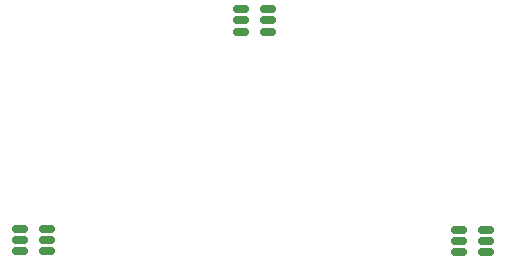
<source format=gtp>
%TF.GenerationSoftware,KiCad,Pcbnew,7.0.9*%
%TF.CreationDate,2024-01-26T12:36:02+01:00*%
%TF.ProjectId,maglev26,6d61676c-6576-4323-962e-6b696361645f,1.0*%
%TF.SameCoordinates,Original*%
%TF.FileFunction,Paste,Top*%
%TF.FilePolarity,Positive*%
%FSLAX46Y46*%
G04 Gerber Fmt 4.6, Leading zero omitted, Abs format (unit mm)*
G04 Created by KiCad (PCBNEW 7.0.9) date 2024-01-26 12:36:02*
%MOMM*%
%LPD*%
G01*
G04 APERTURE LIST*
G04 Aperture macros list*
%AMRoundRect*
0 Rectangle with rounded corners*
0 $1 Rounding radius*
0 $2 $3 $4 $5 $6 $7 $8 $9 X,Y pos of 4 corners*
0 Add a 4 corners polygon primitive as box body*
4,1,4,$2,$3,$4,$5,$6,$7,$8,$9,$2,$3,0*
0 Add four circle primitives for the rounded corners*
1,1,$1+$1,$2,$3*
1,1,$1+$1,$4,$5*
1,1,$1+$1,$6,$7*
1,1,$1+$1,$8,$9*
0 Add four rect primitives between the rounded corners*
20,1,$1+$1,$2,$3,$4,$5,0*
20,1,$1+$1,$4,$5,$6,$7,0*
20,1,$1+$1,$6,$7,$8,$9,0*
20,1,$1+$1,$8,$9,$2,$3,0*%
G04 Aperture macros list end*
%ADD10RoundRect,0.150000X-0.512500X-0.150000X0.512500X-0.150000X0.512500X0.150000X-0.512500X0.150000X0*%
G04 APERTURE END LIST*
D10*
X126370500Y-116906000D03*
X126370500Y-117856000D03*
X126370500Y-118806000D03*
X128645500Y-118806000D03*
X128645500Y-117856000D03*
X128645500Y-116906000D03*
X163576000Y-116972000D03*
X163576000Y-117922000D03*
X163576000Y-118872000D03*
X165851000Y-118872000D03*
X165851000Y-117922000D03*
X165851000Y-116972000D03*
X145063640Y-98300000D03*
X145063640Y-99250000D03*
X145063640Y-100200000D03*
X147338640Y-100200000D03*
X147338640Y-99250000D03*
X147338640Y-98300000D03*
M02*

</source>
